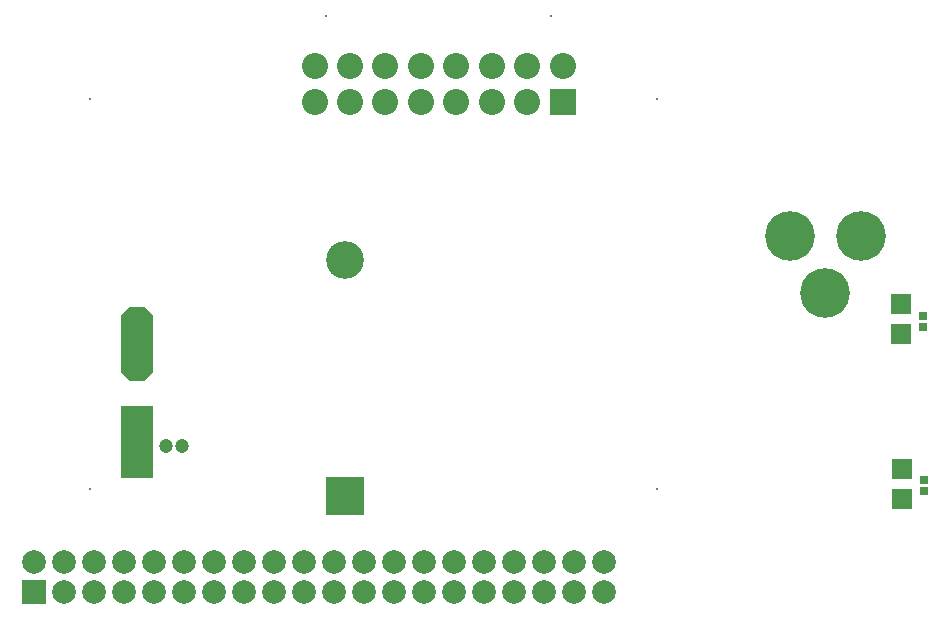
<source format=gbs>
G04 Layer_Color=16711935*
%FSLAX44Y44*%
%MOMM*%
G71*
G01*
G75*
%ADD65C,2.0032*%
%ADD66R,2.0032X2.0032*%
%ADD81C,4.2032*%
%ADD82C,0.2032*%
%ADD83R,1.7032X1.7032*%
%ADD84R,3.2032X3.2032*%
%ADD85C,3.2032*%
%ADD86C,2.2032*%
%ADD87R,2.2032X2.2032*%
%ADD88C,1.2032*%
%ADD89R,2.7032X6.2032*%
G04:AMPARAMS|DCode=90|XSize=2.7032mm|YSize=6.2032mm|CornerRadius=0mm|HoleSize=0mm|Usage=FLASHONLY|Rotation=180.000|XOffset=0mm|YOffset=0mm|HoleType=Round|Shape=Octagon|*
%AMOCTAGOND90*
4,1,8,0.6758,-3.1016,-0.6758,-3.1016,-1.3516,-2.4258,-1.3516,2.4258,-0.6758,3.1016,0.6758,3.1016,1.3516,2.4258,1.3516,-2.4258,0.6758,-3.1016,0.0*
%
%ADD90OCTAGOND90*%

%ADD91R,0.8032X0.8032*%
D65*
X29085Y-62155D02*
D03*
X54485D02*
D03*
X308485Y-87556D02*
D03*
Y-62155D02*
D03*
X384685Y-87556D02*
D03*
X359285Y-62155D02*
D03*
X384685D02*
D03*
X359285Y-87556D02*
D03*
X333885Y-62155D02*
D03*
Y-87556D02*
D03*
X410085Y-62155D02*
D03*
Y-87556D02*
D03*
X435485D02*
D03*
Y-62155D02*
D03*
X283085D02*
D03*
Y-87556D02*
D03*
X257685D02*
D03*
Y-62155D02*
D03*
X232285D02*
D03*
Y-87556D02*
D03*
X206885D02*
D03*
Y-62155D02*
D03*
X-47115D02*
D03*
X-21715Y-87556D02*
D03*
Y-62155D02*
D03*
X3685D02*
D03*
Y-87556D02*
D03*
X29085D02*
D03*
X181485Y-62155D02*
D03*
Y-87556D02*
D03*
X156085D02*
D03*
Y-62155D02*
D03*
X79885Y-87556D02*
D03*
Y-62155D02*
D03*
X105285Y-87556D02*
D03*
X130685Y-62155D02*
D03*
X105285D02*
D03*
X130685Y-87556D02*
D03*
X54485D02*
D03*
D66*
X-47115D02*
D03*
D81*
X622466Y166344D02*
D03*
X652466Y214598D02*
D03*
X592466Y214344D02*
D03*
D82*
X0Y82D02*
D03*
X480000D02*
D03*
Y330080D02*
D03*
X0Y330000D02*
D03*
X389840Y400789D02*
D03*
X200102D02*
D03*
D83*
X686562Y156464D02*
D03*
Y131064D02*
D03*
X687324Y17272D02*
D03*
Y-8128D02*
D03*
D84*
X216000Y-6000D02*
D03*
D85*
Y194000D02*
D03*
D86*
X190000Y357891D02*
D03*
Y327891D02*
D03*
X220000Y357891D02*
D03*
Y327891D02*
D03*
X250000Y357891D02*
D03*
Y327891D02*
D03*
X280000Y357891D02*
D03*
Y327891D02*
D03*
X310000Y357891D02*
D03*
Y327891D02*
D03*
X340000Y357891D02*
D03*
Y327891D02*
D03*
X370000Y357891D02*
D03*
Y327891D02*
D03*
X400000Y357891D02*
D03*
D87*
Y327891D02*
D03*
D88*
X64400Y36000D02*
D03*
X77400D02*
D03*
D89*
X40000Y40000D02*
D03*
D90*
Y122500D02*
D03*
D91*
X705818Y-1731D02*
D03*
Y7746D02*
D03*
X705000Y137233D02*
D03*
Y146709D02*
D03*
M02*

</source>
